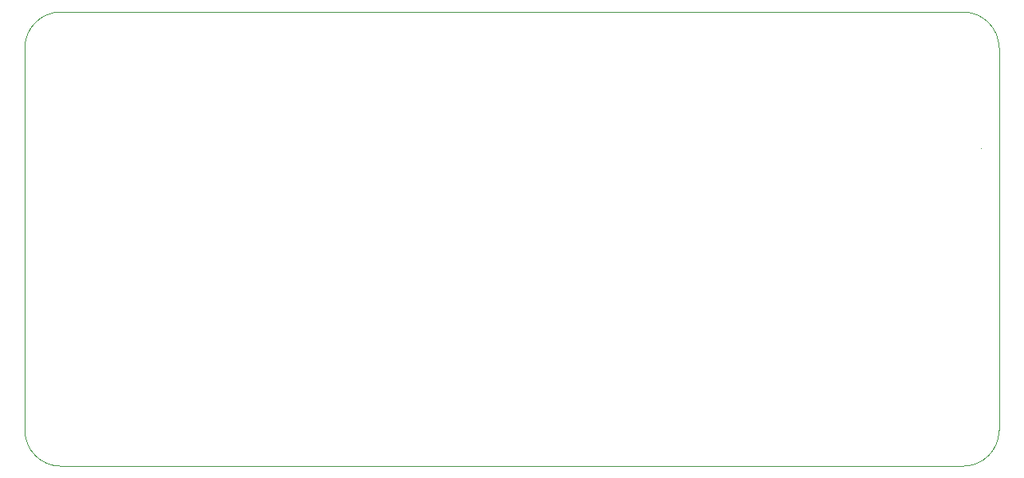
<source format=gbr>
%TF.GenerationSoftware,KiCad,Pcbnew,6.0.7-f9a2dced07~116~ubuntu20.04.1*%
%TF.CreationDate,2022-12-18T15:13:05-08:00*%
%TF.ProjectId,ButtonBd2,42757474-6f6e-4426-9432-2e6b69636164,rev?*%
%TF.SameCoordinates,Original*%
%TF.FileFunction,Profile,NP*%
%FSLAX46Y46*%
G04 Gerber Fmt 4.6, Leading zero omitted, Abs format (unit mm)*
G04 Created by KiCad (PCBNEW 6.0.7-f9a2dced07~116~ubuntu20.04.1) date 2022-12-18 15:13:05*
%MOMM*%
%LPD*%
G01*
G04 APERTURE LIST*
%TA.AperFunction,Profile*%
%ADD10C,0.100000*%
%TD*%
G04 APERTURE END LIST*
D10*
X50800000Y-60960000D02*
X50800000Y-101600000D01*
X150495000Y-105410000D02*
G75*
G03*
X154305000Y-101600000I0J3810000D01*
G01*
X150495000Y-57150000D02*
X54610000Y-57150000D01*
X54610000Y-105410000D02*
X150495000Y-105410000D01*
X154305000Y-60960000D02*
G75*
G03*
X150495000Y-57150000I-3810000J0D01*
G01*
X50800000Y-101600000D02*
G75*
G03*
X54610000Y-105410000I3810000J0D01*
G01*
X154305000Y-101600000D02*
X154305000Y-60960000D01*
X54610000Y-57150000D02*
G75*
G03*
X50800000Y-60960000I0J-3810000D01*
G01*
X152400000Y-71628000D02*
X152400000Y-71628000D01*
X152400000Y-71628000D02*
X152400000Y-71628000D01*
X152400000Y-71628000D02*
X152400000Y-71628000D01*
X152400000Y-71628000D02*
X152400000Y-71628000D01*
M02*

</source>
